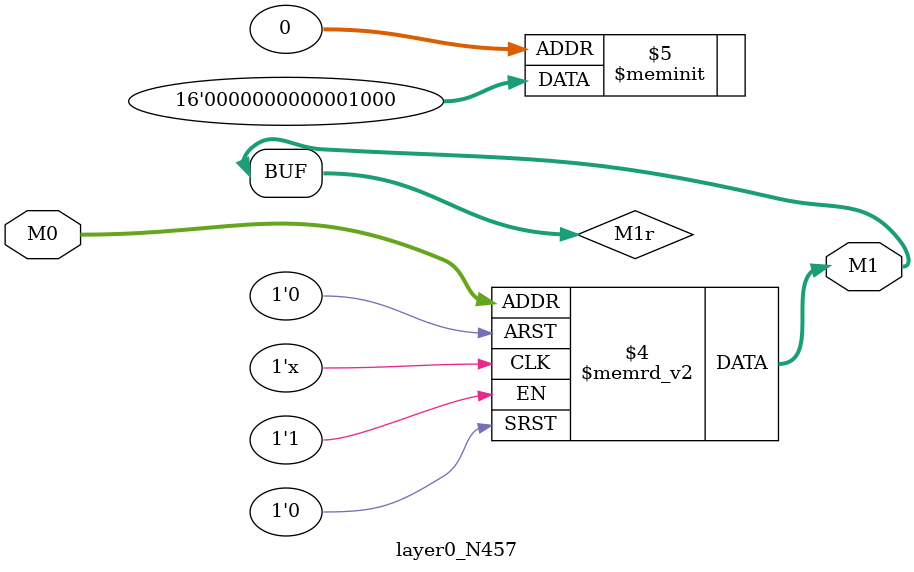
<source format=v>
module layer0_N457 ( input [2:0] M0, output [1:0] M1 );

	(*rom_style = "distributed" *) reg [1:0] M1r;
	assign M1 = M1r;
	always @ (M0) begin
		case (M0)
			3'b000: M1r = 2'b00;
			3'b100: M1r = 2'b00;
			3'b010: M1r = 2'b00;
			3'b110: M1r = 2'b00;
			3'b001: M1r = 2'b10;
			3'b101: M1r = 2'b00;
			3'b011: M1r = 2'b00;
			3'b111: M1r = 2'b00;

		endcase
	end
endmodule

</source>
